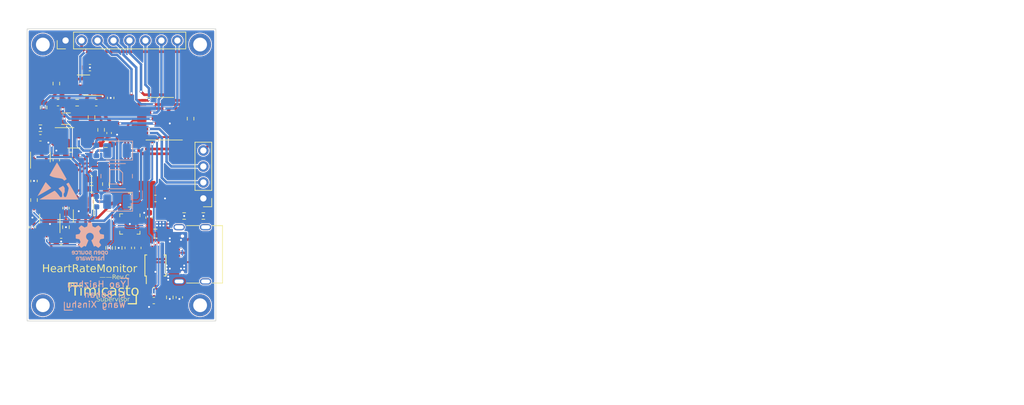
<source format=kicad_pcb>
(kicad_pcb (version 20230410) (generator pcbnew)
  (title_block (title "HeartRateMonitor") (date "2023-05-05") (rev "C") (company "Yao Haizhou") (comment 1 "Not for critical use") (comment 2 "Use at your own risk") (comment 3 "SPDX License: CERN-OHL-P-2.0"))
  (layers (0 "F.Cu" signal) (31 "B.Cu" signal) (34 "B.Paste" user) (35 "F.Paste" user) (36 "B.SilkS" user "B.Silkscreen") (37 "F.SilkS" user "F.Silkscreen") (38 "B.Mask" user) (39 "F.Mask" user) (44 "Edge.Cuts" user))
  (net 0 "")
  (net 1 "GND")
  (net 2 "+3V3")
  (net 3 "/SCR_SCK")
  (net 4 "/SCR_DATA")
  (net 5 "Net-(C21-Pad2)")
  (net 6 "Net-(U2B-+)")
  (net 7 "/SCR_BLK")
  (net 8 "Net-(J1-SHIELD)")
  (net 12 "Net-(D1-K)")
  (net 17 "Net-(U9-EXT_CAP)")
  (net 18 "Net-(U5-C1-)")
  (net 19 "Net-(U5-C1+)")
  (net 20 "Net-(U4-NRST)")
  (net 21 "Net-(U3-SS)")
  (net 22 "Net-(U3-FB)")
  (net 23 "Net-(F1-Pad1)")
  (net 24 "Net-(J1-CC1)")
  (net 25 "Net-(U1-UD+)")
  (net 26 "Net-(U1-UD-)")
  (net 28 "Net-(J1-CC2)")
  (net 30 "Net-(U1-V3)")
  (net 31 "Net-(L1-Pad1)")
  (net 32 "Net-(J2-Pin_3)")
  (net 33 "Net-(J2-Pin_2)")
  (net 34 "Net-(D3-K)")
  (net 35 "Net-(D3-A)")
  (net 36 "Net-(D2-K)")
  (net 37 "Net-(D2-A)")
  (net 38 "Net-(C17-Pad1)")
  (net 39 "Net-(C15-Pad1)")
  (net 40 "/SCR_RES")
  (net 41 "/SCR_DC")
  (net 42 "/SCR_CS")
  (net 43 "/RAW_PH")
  (net 44 "/MCU_TX")
  (net 45 "/MCU_RX")
  (net 46 "/LOW_PH")
  (net 47 "/HIGH_PH")
  (net 48 "/DIGIPOT_SDA")
  (net 49 "/DIGIPOT_SCL")
  (net 50 "/DIGIPOT_A")
  (net 51 "/AMP_PH")
  (net 52 "-3V3")
  (net 53 "+5V")
  (net 54 "Net-(U2A-+)")
  (net 55 "Net-(U6A-+)")
  (net 56 "Net-(U6B-+)")
  (net 57 "Net-(U2A--)")
  (net 58 "Net-(U2B--)")
  (footprint "Package_SO:VSSOP-8_3.0x3.0mm_P0.65mm" (layer "F.Cu") (at 28.206 32.9585 180)
    (fp_text reference "U6" hide)
    (fp_text value "LM2904")
  )
  (footprint "Resistor_SMD:R_0603_1608Metric" (layer "F.Cu") (at 27.19 35.7525)
    (fp_text reference "R17" hide)
    (fp_text value "3K65")
  )
  (footprint "Capacitor_SMD:C_0603_1608Metric" (layer "F.Cu") (at 29.222 30.1645)
    (fp_text reference "C16" hide)
    (fp_text value "10uF")
  )
  (footprint "Capacitor_SMD:C_0603_1608Metric" (layer "F.Cu") (at 43.446 66.7405 -90)
    (fp_text reference "C1" hide)
    (fp_text value "100nF")
  )
  (footprint "Package_SO:MSOP-10_3x3mm_P0.5mm" (layer "F.Cu") (at 39.636 61.6605 90)
    (fp_text reference "U1" hide)
    (fp_text value "CH340E")
  )
  (footprint "Capacitor_SMD:C_0603_1608Metric" (layer "F.Cu") (at 25.412 52.5295 90)
    (fp_text reference "C18" hide)
    (fp_text value "10uF")
  )
  (footprint "Resistor_SMD:R_0603_1608Metric" (layer "F.Cu") (at 20.332 51.2465 -90)
    (fp_text reference "R20" hide)
    (fp_text value "10K")
  )
  (footprint "Package_SO:TSSOP-20_4.4x6.5mm_P0.65mm" (layer "F.Cu") (at 40.3295 38.3035 180)
    (fp_text reference "U4" hide)
    (fp_text value "STM32G030F6Px")
  )
  (footprint "Inductor_SMD:L_1008_2520Metric" (layer "F.Cu") (at 35.572 51.2465 180)
    (fp_text reference "L1" hide)
    (fp_text value "HEI252012A-2R2M-Q8")
  )
  (footprint "Capacitor_SMD:C_0603_1608Metric" (layer "F.Cu") (at 38.62 54.0405 90)
    (fp_text reference "C5" hide)
    (fp_text value "100nF")
  )
  (footprint "Capacitor_SMD:C_1206_3216Metric" (layer "F.Cu") (at 25.412 38.2925)
    (fp_text reference "C21" hide)
    (fp_text value "33uF")
  )
  (footprint "FP:M2-MountingHole" (layer "F.Cu") (at 21.74 67.9925)
    (fp_text reference "REF**" hide)
    (fp_text value "M2-MountingHole")
  )
  (footprint "Capacitor_SMD:C_0603_1608Metric" (layer "F.Cu") (at 26.174 44.1345 180)
    (fp_text reference "C12" hide)
    (fp_text value "10uF")
  )
  (footprint "Resistor_SMD:R_0603_1608Metric" (layer "F.Cu") (at 32.27 58.8665 -90)
    (fp_text reference "R4" hide)
    (fp_text value "562K")
  )
  (footprint "Capacitor_SMD:C_0603_1608Metric" (layer "F.Cu") (at 36.842 58.8665 -90)
    (fp_text reference "C4" hide)
    (fp_text value "10uF")
  )
  (footprint "Capacitor_SMD:C_0603_1608Metric" (layer "F.Cu") (at 39.382 67.2485 180)
    (fp_text reference "C2" hide)
    (fp_text value "100nF")
  )
  (footprint "Capacitor_SMD:C_0603_1608Metric" (layer "F.Cu") (at 39.382 65.7245)
    (fp_text reference "C3" hide)
    (fp_text value "100nF")
  )
  (footprint "Resistor_SMD:R_0603_1608Metric" (layer "F.Cu") (at 33.794 58.8665 90)
    (fp_text reference "R5" hide)
    (fp_text value "180K")
  )
  (footprint "Resistor_SMD:R_0603_1608Metric" (layer "F.Cu") (at 31.762 42.3565)
    (fp_text reference "R25" hide)
    (fp_text value "15K8")
  )
  (footprint "Capacitor_SMD:C_0603_1608Metric" (layer "F.Cu") (at 29.476 47.9445)
    (fp_text reference "C8" hide)
    (fp_text value "150pF")
  )
  (footprint "Resistor_SMD:R_0603_1608Metric" (layer "F.Cu") (at 29.476 38.0385 90)
    (fp_text reference "R16" hide)
    (fp_text value "1K96")
  )
  (footprint "Capacitor_SMD:C_0402_1005Metric" (layer "F.Cu") (at 32.27 40.5785 -90)
    (fp_text reference "C22" hide)
    (fp_text value "15uF")
  )
  (footprint "Capacitor_SMD:C_0603_1608Metric" (layer "F.Cu") (at 21.348 41.3405)
    (fp_text reference "C9" hide)
    (fp_text value "1uF")
  )
  (footprint "Capacitor_SMD:C_0603_1608Metric" (layer "F.Cu") (at 24.142 35.7525)
    (fp_text reference "C17" hide)
    (fp_text value "22uF")
  )
  (footprint "Connector_PinHeader_2.54mm:PinHeader_1x04_P2.54mm_Vertical" (layer "F.Cu") (at 47.256 50.9825 180)
    (fp_text reference "J2" hide)
    (fp_text value "SWD")
  )
  (footprint "Capacitor_SMD:C_0603_1608Metric" (layer "F.Cu") (at 23.888 44.8965 90)
    (fp_text reference "C10" hide)
    (fp_text value "1uF")
  )
  (footprint "Resistor_SMD:R_0603_1608Metric" (layer "F.Cu") (at 31.762 48.7065 -90)
    (fp_text reference "R21" hide)
    (fp_text value "10K")
  )
  (footprint "Resistor_SMD:R_0603_1608Metric" (layer "F.Cu") (at 21.348 39.8165 180)
    (fp_text reference "R14" hide)
    (fp_text value "15K8")
  )
  (footprint "Resistor_SMD:R_0603_1608Metric" (layer "F.Cu") (at 23.888 32.7045 90)
    (fp_text reference "R19" hide)
    (fp_text value "3K65")
  )
  (footprint "Package_TO_SOT_SMD:SOT-23-5" (layer "F.Cu") (at 21.348 44.3885 90)
    (fp_text reference "U5" hide)
    (fp_text value "TPS60403")
  )
  (footprint "Package_DFN_QFN:VQFN-16-1EP_3x3mm_P0.5mm_EP1.68x1.68mm" (layer "F.Cu") (at 35.572 55.0565 -90)
    (fp_text reference "U3" hide)
    (fp_text value "TLV62130")
  )
  (footprint "FP:M2-MountingHole" (layer "F.Cu") (at 21.74 26.4925)
    (fp_text reference "REF**" hide)
    (fp_text value "M2-MountingHole")
  )
  (footprint "Connector_PinHeader_2.54mm:PinHeader_1x08_P2.54mm_Vertical" (layer "F.Cu") (at 25.35 25.8465 90)
    (fp_text reference "J3" hide)
    (fp_text value "Conn_01x08_Pin")
  )
  (footprint "Resistor_SMD:R_0603_1608Metric" (layer "F.Cu") (at 44.208 53.7865 180)
    (fp_text reference "R2" hide)
    (fp_text value "5K1")
  )
  (footprint "Capacitor_SMD:C_0603_1608Metric" (layer "F.Cu") (at 32.524 34.9905 -90)
    (fp_text reference "C14" hide)
    (fp_text value "100nF")
  )
  (footprint "Fuse:Fuse_0805_2012Metric" (layer "F.Cu") (at 39.636 56.5805 180)
    (fp_text reference "F1" hide)
    (fp_text value "2A")
  )
  (footprint "Resistor_SMD:R_0603_1608Metric" (layer "F.Cu") (at 47.256 53.7865)
    (fp_text reference "R1" hide)
    (fp_text value "5K1")
  )
  (footprint "Package_SO:VSSOP-8_3.0x3.0mm_P0.65mm" (layer "F.Cu") (at 28.206 53.7865 -90)
    (fp_text reference "U11" hide)
    (fp_text value "LM2904")
  )
  (footprint "FP:TYPE-C-SMD_HX-TYPE-C-16PIN" (layer "F.Cu") (at 45.224 59.8825 90)
    (fp_text reference "J1" hide)
    (fp_text value "USB_C_Receptacle_USB2.0")
  )
  (footprint "Package_SO:VSSOP-8_3.0x3.0mm_P0.65mm" (layer "F.Cu") (at 26.682 41.3405)
    (fp_text reference "U2" hide)
    (fp_text value "LM2904")
  )
  (footprint "Capacitor_SMD:C_0603_1608Metric" (layer "F.Cu") (at 30.238 35.7525)
    (fp_text reference "C15" hide)
    (fp_text value "220nF")
  )
  (footprint "Resistor_SMD:R_0603_1608Metric" (layer "F.Cu") (at 21.856 36.5145 90)
    (fp_text reference "R18" hide)
    (fp_text value "1K96")
  )
  (footprint "Capacitor_SMD:C_0603_1608Metric" (layer "F.Cu") (at 20.332 48.2115 -90)
    (fp_text reference "C11" hide)
    (fp_text value "1uF")
  )
  (footprint "Resistor_SMD:R_0603_1608Metric" (layer "F.Cu") (at 25.412 55.5645 -90)
    (fp_text reference "R22" hide)
    (fp_text value "1K")
  )
  (footprint "FP:M2-MountingHole" (layer "F.Cu") (at 46.74 26.4925)
    (fp_text reference "REF**" hide)
    (fp_text value "M2-MountingHole")
  )
  (footprint "Capacitor_SMD:C_0603_1608Metric" (layer "F.Cu") (at 20.078 55.5645 -90)
    (fp_text reference "C19" hide)
    (fp_text value "100nF")
  )
  (footprint "Resistor_SMD:R_0603_1608Metric" (layer "F.Cu") (at 45.224 38.2925 -90)
    (fp_text reference "R8" hide)
    (fp_text value "100K")
  )
  (footprint "Capacitor_SMD:C_0603_1608Metric" (layer "F.Cu") (at 35.318 58.8665 -90)
    (fp_text reference "C6" hide)
    (fp_text value "470pF")
  )
  (footprint "Resistor_SMD:R_0603_1608Metric" (layer "F.Cu") (at 41.922 66.7405 90)
    (fp_text reference "R3" hide)
    (fp_text value "1M")
  )
  (footprint "FP:M2-MountingHole" (layer "F.Cu") (at 46.74 67.9925)
    (fp_text reference "REF**" hide)
    (fp_text value "M2-MountingHole")
  )
  (footprint "Capacitor_SMD:C_0603_1608Metric" (layer "F.Cu") (at 39.636 50.9925)
    (fp_text reference "C7" hide)
    (fp_text value "22uF")
  )
  (footprint "Resistor_SMD:R_0603_1608Metric" (layer "F.Cu") (at 31 40.0705 -90)
    (fp_text reference "R26" hide)
    (fp_text value "3K92")
  )
  (footprint "Package_CSP:LFCSP-WD-10-1EP_3x3mm_P0.5mm_EP1.64x2.38mm" (layer "F.Cu") (at 22.844 54.9585 90)
    (fp_text reference "U9" hide)
    (fp_text value "AD5272BCP")
  )
  (footprint "Capacitor_SMD:C_0603_1608Metric" (layer "F.Cu") (at 24.65 57.8505)
    (fp_text reference "C20" hide)
    (fp_text value "1uF")
  )
  (footprint "Resistor_SMD:R_0603_1608Metric" (layer "F.Cu") (at 29.476 49.4685)
    (fp_text reference "R13" hide)
    (fp_text value "500K")
  )
  (footprint "Symbol:ESD-Logo_6.6x6mm_SilkScreen" (layer "B.Cu") (at 24.142 48.1985 180)
    (fp_text reference "REF**" hide)
    (fp_text value "ESD-Logo_6.6x6mm_SilkScreen" hide)
  )
  (footprint "Symbol:OSHW-Logo_5.7x6mm_SilkScreen" (layer "B.Cu") (at 29.222 57.8505 180)
    (fp_text reference "REF**" hide)
    (fp_text value "OSHW-Logo_5.7x6mm_SilkScreen" hide)
  )
  (footprint "Capacitor_Tantalum_SMD:CP_EIA-3528-21_Kemet-B" (layer "B.Cu") (at 33.54 51.5005 180)
    (fp_text reference "D2" hide)
    (fp_text value "VLMTG41S2U1")
  )
  (footprint "Capacitor_Tantalum_SMD:CP_EIA-3528-21_Kemet-B" (layer "B.Cu") (at 33.54 43.3725 180)
    (fp_text reference "D3" hide)
    (fp_text value "VLMTG41S2U1")
  )
  (footprint "FP:VEMD5510C" (layer "B.Cu") (at 30.873 45.3915 -90)
    (fp_text reference "D1" hide)
    (fp_text value "VEMD5510C")
  )
  (footprint "Resistor_SMD:R_0603_1608Metric" (layer "B.Cu") (at 30.238 43.3725 90)
    (fp_text reference "R24" hide)
    (fp_text value "4.7R")
  )
  (footprint "Resistor_SMD:R_0603_1608Metric" (layer "B.Cu") (at 30.238 51.5005 -90)
    (fp_text reference "R23" hide)
    (fp_text value "4.7R")
  )
  (gr_line locked (start 25.158 68.7725) (end 26.428 68.7725) (stroke (width 0.15)) (layer "B.SilkS"))
  (gr_line locked (start 35.318 63.6925) (end 34.048 63.6925) (stroke (width 0.15)) (layer "B.SilkS"))
  (gr_line locked (start 35.318 63.6925) (end 35.318 64.9625) (stroke (width 0.15)) (layer "B.SilkS"))
  (gr_line locked (start 25.158 67.5025) (end 25.158 68.7725) (stroke (width 0.15)) (layer "B.SilkS"))
  (gr_line locked (start 36.588 67.7565) (end 35.318 67.7565) (stroke (width 0.2032)) (layer "F.SilkS"))
  (gr_line locked (start 36.588 67.7565) (end 36.588 66.4865) (stroke (width 0.2032)) (layer "F.SilkS"))
  (gr_line locked (start 27.19 64.4545) (end 25.92 64.4545) (stroke (width 0.2032)) (layer "F.SilkS"))
  (gr_line locked (start 25.92 64.4545) (end 25.92 65.7245) (stroke (width 0.2032)) (layer "F.SilkS"))
  (gr_rect locked (start 19.24 23.9925) (end 49.24 70.4925) (stroke (width 0.1)) (fill none) (layer "Edge.Cuts"))
  (gr_text locked "Yao Haizhou\nLi Bohan\nWang Xinshu" (at 35.04 68.4625) (layer "B.SilkS") (effects (font (size 1 1)) (justify left bottom mirror)))
  (gr_text locked "Supervisor" (at 30.238 67.5025) (layer "F.SilkS") (effects (font (size 0.7112 0.7112)) (justify left bottom)))
  (gr_text locked "Timicasto" (at 26.174 66.7405) (layer "F.SilkS") (effects (font (size 1.6256 1.6256)) (justify left bottom)))
  (gr_text locked "HeartRateMonitor" (at 21.602 62.9305) (layer "F.SilkS") (effects (font (size 1.2192 1.2192)) (justify left bottom)))
  (gr_text locked "——Rev.C" (at 30.746 63.9465) (layer "F.SilkS") (effects (font (size 0.7112 0.7112)) (justify left bottom)))
  (segment locked (start 36.842 59.6415) (end 35.318 59.6415) (width 0.508) (layer "F.Cu") (net 1))
  (segment locked (start 42.84148 56.6821) (end 42.0236 56.6821) (width 0.508) (layer "F.Cu") (net 1))
  (segment locked (start 42.84148 63.0829) (end 42.0236 63.0829) (width 0.508) (layer "F.Cu") (net 1))
  (segment locked (start 38.62 53.2655) (end 37.871 53.2655) (width 0.508) (layer "F.Cu") (net 1))
  (segment locked (start 23.344 56.406) (end 23.344 55.4585) (width 0.254) (layer "F.Cu") (net 1))
  (segment locked (start 27.881 52.5875) (end 27.881 51.5865) (width 0.4064) (layer "F.Cu") (net 1))
  (segment locked (start 41.668 55.3105) (end 41.668 54.8025) (width 0.508) (layer "F.Cu") (net 1))
  (segment locked (start 41.668 63.4385) (end 41.668 63.9465) (width 0.508) (layer "F.Cu") (net 1))
  (segment locked (start 22.298 43.251) (end 22.298 42.4225) (width 0.4064) (layer "F.Cu") (net 1))
  (segment locked (start 35.318 59.6415) (end 33.844 59.6415) (width 0.4064) (layer "F.Cu") (net 1))
  (segment locked (start 22.872 54.9865) (end 22.844 54.9585) (width 0.254) (layer "F.Cu") (net 1))
  (segment locked (start 33.794 59.6915) (end 33.794 58.8665) (width 0.4064) (layer "F.Cu") (net 1))
  (segment locked (start 33.844 59.6415) (end 33.794 59.6915) (width 0.4064) (layer "F.Cu") (net 1))
  (segment locked (start 38.607 67.2485) (end 38.607 68.2515) (width 0.4064) (layer "F.Cu") (net 1))
  (segment locked (start 25.412 53.3045) (end 25.412 54.7395) (width 0.254) (layer "F.Cu") (net 1))
  (segment locked (start 37.0345 54.8065) (end 35.822 54.8065) (width 0.254) (layer "F.Cu") (net 1))
  (segment locked (start 39.636 65.2035) (end 40.157 65.7245) (width 0.3048) (layer "F.Cu") (net 1))
  (segment locked (start 38.607 68.2515) (end 38.62 68.2645) (width 0.4064) (layer "F.Cu") (net 1))
  (segment locked (start 41.668 56.3265) (end 41.668 55.3105) (width 0.508) (layer "F.Cu") (net 1))
  (segment locked (start 23.344 55.4585) (end 22.942 55.0565) (width 0.254) (layer "F.Cu") (net 1))
  (segment locked (start 39.636 63.8605) (end 39.636 62.6765) (width 0.3048) (layer "F.Cu") (net 1))
  (segment locked (start 23.844 53.9585) (end 22.844 54.9585) (width 0.254) (layer "F.Cu") (net 1))
  (segment locked (start 39.636 63.8605) (end 39.636 65.2035) (width 0.3048) (layer "F.Cu") (net 1))
  (segment locked (start 41.922 39.0545) (end 42.348 38.6285) (width 0.4064) (layer "F.Cu") (net 1))
  (segment locked (start 33.54 42.1025) (end 33.54 40.8325) (width 0.4064) (layer "F.Cu") (net 1))
  (segment locked (start 22.872 55.0565) (end 22.872 54.9865) (width 0.254) (layer "F.Cu") (net 1))
  (segment locked (start 33.286 42.3565) (end 33.54 42.1025) (width 0.4064) (layer "F.Cu") (net 1))
  (segment locked (start 29.997 30.1645) (end 29.222 30.1645) (width 0.4064) (layer "F.Cu") (net 1))
  (segment locked (start 20.332 48.9865) (end 20.332 48.1985) (width 0.4064) (layer "F.Cu") (net 1))
  (segment locked (start 25.425 57.8505) (end 24.65 57.8505) (width 0.254) (layer "F.Cu") (net 1))
  (segment locked (start 48.081 53.7865) (end 47.256 53.7865) (width 0.3048) (layer "F.Cu") (net 1))
  (segment locked (start 22.942 55.0565) (end 22.872 55.0565) (width 0.254) (layer "F.Cu") (net 1))
  (segment locked (start 42.348 38.6285) (end 43.192 38.6285) (width 0.4064) (layer "F.Cu") (net 1))
  (segment locked (start 37.0345 54.3065) (end 37.0345 54.8065) (width 0.254) (layer "F.Cu") (net 1))
  (segment locked (start 25.412 54.7395) (end 25.412 55.5645) (width 0.254) (layer "F.Cu") (net 1))
  (segment locked (start 22.298 42.4225) (end 22.618 42.1025) (width 0.4064) (layer "F.Cu") (net 1))
  (segment locked (start 35.822 54.8065) (end 35.572 55.0565) (width 0.254) (layer "F.Cu") (net 1))
  (segment locked (start 42.0236 63.0829) (end 41.668 63.4385) (width 0.508) (layer "F.Cu") (net 1))
  (segment locked (start 20.523 39.8165) (end 21.348 39.8165) (width 0.4064) (layer "F.Cu") (net 1))
  (segment locked (start 43.383 53.7865) (end 44.208 53.7865) (width 0.3048) (layer "F.Cu") (net 1))
  (segment locked (start 34.1095 54.8065) (end 35.322 54.8065) (width 0.254) (layer "F.Cu") (net 1))
  (segment locked (start 32.524 35.7655) (end 32.524 34.9905) (width 0.4064) (layer "F.Cu") (net 1))
  (segment locked (start 35.322 54.8065) (end 35.572 55.0565) (width 0.254) (layer "F.Cu") (net 1))
  (segment locked (start 37.871 53.2655) (end 37.858 53.2785) (width 0.508) (layer "F.Cu") (net 1))
  (segment locked (start 20.078 54.7895) (end 20.078 54.0405) (width 0.4064) (layer "F.Cu") (net 1))
  (segment locked (start 27.444 53.0245) (end 27.881 52.5875) (width 0.4064) (layer "F.Cu") (net 1))
  (segment locked (start 40.411 50.9925) (end 41.16 50.9925) (width 0.4064) (layer "F.Cu") (net 1))
  (segment locked (start 23.844 53.511) (end 23.844 53.9585) (width 0.254) (layer "F.Cu") (net 1))
  (segment locked (start 41.922 67.5655) (end 41.922 66.9945) (width 0.508) (layer "F.Cu") (net 1))
  (segment locked (start 43.446 67.5155) (end 43.446 66.9945) (width 0.508) (layer "F.Cu") (net 1))
  (segment locked (start 42.0236 56.6821) (end 41.668 56.3265) (width 0.508) (layer "F.Cu") (net 1))
  (segment locked (start 32.587 42.3565) (end 33.286 42.3565) (width 0.4064) (layer "F.Cu") (net 1))
  (segment locked (start 23.888 44.1215) (end 23.888 43.3725) (width 0.4064) (layer "F.Cu") (net 1))
  (via locked (at 41.668 55.3105) (size 0.4) (drill 0.3) (layers "F.Cu" "B.Cu") (net 1))
  (via locked (at 25.412 55.5645) (size 0.4) (drill 0.3) (layers "F.Cu" "B.Cu") (net 1))
  (via locked (at 41.668 63.4385) (size 0.4) (drill 0.3) (layers "F.Cu" "B.Cu") (net 1))
  (via locked (at 21.348 39.8165) (size 0.4) (drill 0.3) (layers "F.Cu" "B.Cu") (net 1))
  (via locked (at 20.332 48.1985) (size 0.4) (drill 0.3) (layers "F.Cu" "B.Cu") (net 1))
  (via locked (at 41.922 66.9945) (size 0.4) (drill 0.3) (layers "F.Cu" "B.Cu") (net 1))
  (via locked (at 41.16 50.9925) (size 0.4) (drill 0.3) (layers "F.Cu" "B.Cu") (net 1))
  (via locked (at 41.922 39.0545) (size 0.4) (drill 0.3) (layers "F.Cu" "B.Cu") (net 1))
  (via locked (at 32.524 34.9905) (size 0.4) (drill 0.3) (layers "F.Cu" "B.Cu") (net 1))
  (via locked (at 44.208 53.7865) (size 0.4) (drill 0.3) (layers "F.Cu" "B.Cu") (net 1))
  (via locked (at 24.65 57.8505) (size 0.4) (drill 0.3) (layers "F.Cu" "B.Cu") (net 1))
  (via locked (at 37.858 53.2785) (size 0.4) (drill 0.3) (layers "F.Cu" "B.Cu") (net 1))
  (via locked (at 27.444 53.0245) (size 0.4) (drill 0.3) (layers "F.Cu" "B.Cu") (net 1))
  (via locked (at 38.62 68.2645) (size 0.4) (drill 0.3) (layers "F.Cu" "B.Cu") (net 1))
  (via locked (at 43.446 66.9945) (size 0.4) (drill 0.3) (layers "F.Cu" "B.Cu") (net 1))
  (via locked (at 20.078 54.0405) (size 0.4) (drill 0.3) (layers "F.Cu" "B.Cu") (net 1))
  (via locked (at 22.618 42.1025) (size 0.4) (drill 0.3) (layers "F.Cu" "B.Cu") (net 1))
  (via locked (at 33.794 58.8665) (size 0.4) (drill 0.3) (layers "F.Cu" "B.Cu") (net 1))
  (via locked (at 29.222 30.1645) (size 0.4) (drill 0.3) (layers "F.Cu" "B.Cu") (net 1))
  (via locked (at 23.888 43.3725) (size 0.4) (drill 0.3) (layers "F.Cu" "B.Cu") (net 1))
  (via locked (at 41.668 63.9465) (size 0.4) (drill 0.3) (layers "F.Cu" "B.Cu") (net 1))
  (via locked (at 22.872 55.0565) (size 0.4) (drill 0.3) (layers "F.Cu" "B.Cu") (net 1))
  (via locked (at 39.636 62.6765) (size 0.4) (drill 0.3) (layers "F.Cu" "B.Cu") (net 1))
  (via locked (at 33.54 40.8325) (size 0.4) (drill 0.3) (layers "F.Cu" "B.Cu") (net 1))
  (via locked (at 41.668 54.8025) (size 0.4) (drill 0.3) (layers "F.Cu" "B.Cu") (net 1))
  (via locked (at 35.572 55.0565) (size 0.4) (drill 0.3) (layers "F.Cu" "B.Cu") (net 1))
  (via locked (at 47.256 53.7865) (size 0.4) (drill 0.3) (layers "F.Cu" "B.Cu") (net 1))
  (segment locked (start 25.412 51.7545) (end 25.412 52.5165) (width 0.254) (layer "F.Cu") (net 2))
  (segment locked (start 29.476 43.6265) (end 27.431 45.6715) (width 0.4064) (layer "F.Cu") (net 2))
  (segment locked (start 27.231 33.9335) (end 27.698 33.4665) (width 0.4064) (layer "F.Cu") (net 2))
  (segment locked (start 48.399 52.1355) (end 48.526 52.0085) (width 0.4064) (layer "F.Cu") (net 2))
  (segment locked (start 33.4895 55.3065) (end 33.4855 55.3105) (width 0.254) (layer "F.Cu") (net 2))
  (segment locked (start 21.844 57.3545) (end 21.602 57.5965) (width 0.254) (layer "F.Cu") (net 2))
  (segment locked (start 20.078 56.3395) (end 20.078 55.5645) (width 0.254) (layer "F.Cu") (net 2))
  (segment locked (start 27.444 40.8325) (end 27.911 40.3655) (width 0.4064) (layer "F.Cu") (net 2))
  (segment locked (start 45.478 52.0085) (end 45.986 52.5165) (width 0.4064) (layer "F.Cu") (net 2))
  (segment locked (start 30.492 54.0405) (end 29.73 54.0405) (width 0.4064) (layer "F.Cu") (net 2))
  (segment locked (start 27.698 33.4665) (end 27.698 32.7045) (width 0.4064) (layer "F.Cu") (net 2))
  (segment locked (start 33.731 49.5315) (end 33.794 49.4685) (width 0.254) (layer "F.Cu") (net 2))
  (segment locked (start 27.444 41.5945) (end 27.444 40.8325) (width 0.4064) (layer "F.Cu") (net 2))
  (segment locked (start 48.526 42.1025) (end 48.526 39.0545) (width 0.4064) (layer "F.Cu") (net 2))
  (segment locked (start 37.854 55.3065) (end 37.858 55.3105) (width 0.254) (layer "F.Cu") (net 2))
  (segment locked (start 32.27 59.6915) (end 32.27 58.8665) (width 0.254) (layer "F.Cu") (net 2))
  (segment locked (start 48.526 39.0545) (end 48.526 38.2925) (width 0.4064) (layer "F.Cu") (net 2))
  (segment locked (start 23.888 45.6715) (end 23.888 46.4205) (width 0.4064) (layer "F.Cu") (net 2))
  (segment locked (start 26.006 33.9335) (end 27.231 33.9335) (width 0.4064) (layer "F.Cu") (net 2))
  (segment locked (start 33.286 51.2465) (end 30.492 54.0405) (width 0.4064) (layer "F.Cu") (net 2))
  (segment locked (start 45.224 39.1175) (end 44.399 39.1175) (width 0.4064) (layer "F.Cu") (net 2))
  (segment locked (start 27.431 45.6715) (end 23.888 45.6715) (width 0.4064) (layer "F.Cu") (net 2))
  (segment locked (start 44.399 39.1175) (end 44.238 39.2785) (width 0.4064) (layer "F.Cu") (net 2))
  (segment locked (start 21.348 46.4205) (end 21.348 45.526) (width 0.4064) (layer "F.Cu") (net 2))
  (segment locked (start 43.192 39.2785) (end 44.238 39.2785) (width 0.4064) (layer "F.Cu") (net 2))
  (segment locked (start 23.634 46.6745) (end 21.602 46.6745) (width 0.4064) (layer "F.Cu") (net 2))
  (segment locked (start 20.332 52.0715) (end 20.332 53.0245) (width 0.254) (layer "F.Cu") (net 2))
  (segment locked (start 34.497 51.2465) (end 33.286 51.2465) (width 0.4064) (layer "F.Cu") (net 2))
  (segment locked (start 48.526 52.0085) (end 48.526 50.4845) (width 0.4064) (layer "F.Cu") (net 2))
  (segment locked (start 32.778 54.2945) (end 32.778 53.2785) (width 0.254) (layer "F.Cu") (net 2))
  (segment locked (start 29.476 43.3725) (end 29.476 43.6265) (width 0.4064) (layer "F.Cu") (net 2))
  (segment locked (start 28.46 27.6245) (end 27.89 27.0545) (width 0.4064) (layer "F.Cu") (net 2))
  (segment locked (start 34.1095 55.3065) (end 33.4895 55.3065) (width 0.254) (layer "F.Cu") (net 2))
  (segment locked (start 21.844 56.406) (end 21.844 57.3545) (width 0.254) (layer "F.Cu") (net 2))
  (segment locked (start 48.018 52.5165) (end 48.399 52.1355) (width 0.4064) (layer "F.Cu") (net 2))
  (segment locked (start 48.526 42.1025) (end 48.516 42.1025) (width 0.4064) (layer "F.Cu") (net 2))
  (segment locked (start 20.332 57.5965) (end 20.078 57.3425) (width 0.254) (layer "F.Cu") (net 2))
  (segment locked (start 38.874 52.0085) (end 40.652 52.0085) (width 0.4064) (layer "F.Cu") (net 2))
  (segment locked (start 48.526 50.4845) (end 48.526 42.1025) (width 0.4064) (layer "F.Cu") (net 2))
  (segment locked (start 28.46 27.6245) (end 44.208 27.6245) (width 0.4064) (layer "F.Cu") (net 2))
  (segment locked (start 33.54 52.5165) (end 33.794 52.5165) (width 0.254) (layer "F.Cu") (net 2))
  (segment locked (start 32.778 53.2785) (end 33.54 52.5165) (width 0.254) (layer "F.Cu") (net 2))
  (segment locked (start 23.888 46.4205) (end 23.634 46.6745) (width 0.4064) (layer "F.Cu") (net 2))
  (segment locked (start 21.602 57.5965) (end 20.332 57.5965) (width 0.254) (layer "F.Cu") (net 2))
  (segment locked (start 40.652 52.0085) (end 45.478 52.0085) (width 0.4064) (layer "F.Cu") (net 2))
  (segment locked (start 44.208 27.6245) (end 45.478 28.8945) (width 0.4064) (layer "F.Cu") (net 2))
  (segment locked (start 37.0345 55.3065) (end 37.854 55.3065) (width 0.254) (layer "F.Cu") (net 2))
  (segment locked (start 20.078 57.3425) (end 20.078 56.3395) (width 0.254) (layer "F.Cu") (net 2))
  (segment locked (start 23.344 52.2985) (end 23.888 51.7545) (width 0.254) (layer "F.Cu") (net 2))
  (segment locked (start 23.344 53.511) (end 23.344 52.2985) (width 0.254) (layer "F.Cu") (net 2))
  (segment locked (start 25.412 51.7545) (end 23.888 51.7545) (width 0.254) (layer "F.Cu") (net 2))
  (segment locked (start 47.701 39.1175) (end 48.526 38.2925) (width 0.4064) (layer "F.Cu") (net 2))
  (segment locked (start 48.516 42.1025) (end 47.256 43.3625) (width 0.4064) (layer "F.Cu") (net 2))
  (segment locked (start 27.89 27.0545) (end 27.89 25.8465) (width 0.4064) (layer "F.Cu") (net 2))
  (segment locked (start 47.764 28.8945) (end 48.526 29.6565) (width 0.4064) (layer "F.Cu") (net 2))
  (segment locked (start 27.911 40.3655) (end 28.882 40.3655) (width 0.4064) (layer "F.Cu") (net 2))
  (segment locked (start 45.224 39.1175) (end 47.701 39.1175) (width 0.4064) (layer "F.Cu") (net 2))
  (segment locked (start 45.478 28.8945) (end 47.764 28.8945) (width 0.4064) (layer "F.Cu") (net 2))
  (segment locked (start 21.602 46.6745) (end 21.348 46.4205) (width 0.4064) (layer "F.Cu") (net 2))
  (segment locked (start 45.986 52.5165) (end 48.018 52.5165) (width 0.4064) (layer "F.Cu") (net 2))
  (segment locked (start 48.526 29.6565) (end 48.526 38.2925) (width 0.4064) (layer "F.Cu") (net 2))
  (segment locked (start 29.181 54.5895) (end 29.181 55.9865) (width 0.4064) (layer "F.Cu") (net 2))
  (segment locked (start 31.762 49.5315) (end 33.731 49.5315) (width 0.254) (layer "F.Cu") (net 2))
  (segment locked (start 29.73 54.0405) (end 29.181 54.5895) (width 0.4064) (layer "F.Cu") (net 2))
  (via locked (at 27.444 41.5945) (size 0.4) (drill 0.3) (layers "F.Cu" "B.Cu") (net 2))
  (via locked (at 34.048 52.0085) (size 0.4) (drill 0.3) (layers "F.Cu" "B.Cu") (net 2))
  (via locked (at 37.858 55.3105) (size 0.4) (drill 0.3) (layers "F.Cu" "B.Cu") (net 2))
  (via locked (at 32.778 54.2945) (size 0.4) (drill 0.3) (layers "F.Cu" "B.Cu") (net 2))
  (via locked (at 33.4855 55.3105) (size 0.4) (drill 0.3) (layers "F.Cu" "B.Cu") (net 2))
  (via locked (at 34.048 48.7065) (size 0.4) (drill 0.3) (layers "F.Cu" "B.Cu") (net 2))
  (via locked (at 28.46 27.6245) (size 0.4) (drill 0.3) (layers "F.Cu" "B.Cu") (net 2))
  (via locked (at 20.332 53.0245) (size 0.4) (drill 0.3) (layers "F.Cu" "B.Cu") (net 2))
  (via locked (at 20.078 55.5645) (size 0.4) (drill 0.3) (layers "F.Cu" "B.Cu") (net 2))
  (via locked (at 32.27 58.8665) (size 0.4) (drill 0.3) (layers "F.Cu" "B.Cu") (net 2))
  (via locked (at 27.698 32.7045) (size 0.4) (drill 0.3) (layers "F.Cu" "B.Cu") (net 2))
  (via locked (at 29.476 43.3725) (size 0.4) (drill 0.3) (layers "F.Cu" "B.Cu") (net 2))
  (via locked (at 25.412 52.5165) (size 0.4) (drill 0.3) (layers "F.Cu" "B.Cu") (net 2))
  (segment locked (start 29.476 43.3095) (end 30.238 42.5475) (width 0.4064) (layer "B.Cu") (net 2))
  (segment locked (start 37.096 55.3105) (end 36.842 55.5645) (width 0.254) (layer "B.Cu") (net 2))
  (segment locked (start 25.412 52.5165) (end 25.412 53.7865) (width 0.254) (layer "B.Cu") (net 2))
  (segment locked (start 32.27 58.3585) (end 32.524 58.1045) (width 0.254) (layer "B.Cu") (net 2))
  (segment locked (start 20.332 53.2785) (end 20.586 53.5325) (width 0.254) (layer "B.Cu") (net 2))
  (segment locked (start 30.238 53.7865) (end 30.238 52.3255) (width 0.254) (layer "B.Cu") (net 2))
  (segment locked (start 21.856 54.5485) (end 21.094 54.5485) (width 0.254) (layer "B.Cu") (net 2))
  (segment locked (start 26.174 54.5485) (end 29.476 54.5485) (width 0.254) (layer "B.Cu") (net 2))
  (segment locked (start 28.46 27.6245) (end 27.698 28.3865) (width 0.4064) (layer "B.Cu") (net 2))
  (segment locked (start 29.476 54.5485) (end 30.238 53.7865) (width 0.254) (layer "B.Cu") (net 2))
  (segment locked (start 30.238 41.8485) (end 30.238 42.5475) (width 0.4064) (layer "B.Cu") (net 2))
  (segment locked (start 34.048 48.7065) (end 33.54 48.1985) (width 0.4064) (layer "B.Cu") (net 2))
  (segment locked (start 27.444 41.5945) (end 27.444 42.6105) (width 0.4064) (layer "B.Cu") (net 2))
  (segment locked (start 33.032 55.3105) (end 32.778 55.5645) (width 0.254) (layer "B.Cu") (net 2))
  (segment locked (start 21.602 54.5485) (end 21.856 54.5485) (width 0.254) (layer "B.Cu") (net 2))
  (segment locked (start 29.476 43.3725) (end 29.476 43.3095) (width 0.4064) (layer "B.Cu") (net 2))
  (segment locked (start 30.492 41.5945) (end 30.238 41.8485) (width 0.4064) (layer "B.Cu") (net 2))
  (segment locked (start 37.858 55.3105) (end 37.096 55.3105) (width 0.254) (layer "B.Cu") (net 2))
  (segment locked (start 21.856 54.5485) (end 26.174 54.5485) (width 0.254) (layer "B.Cu") (net 2))
  (segment locked (start 32.778 57.8505) (end 32.778 57.5965) (width 0.254) (layer "B.Cu") (net 2))
  (segment locked (start 33.4855 55.3105) (end 33.032 55.3105) (width 0.254) (layer "B.Cu") (net 2))
  (segment locked (start 32.27 58.8665) (end 32.27 58.3585) (width 0.254) (layer "B.Cu") (net 2))
  (segment locked (start 27.698 28.3865) (end 27.698 32.7045) (width 0.4064) (layer "B.Cu") (net 2))
  (segment locked (start 20.332 53.0245) (end 20.332 53.2785) (width 0.254) (layer "B.Cu") (net 2))
  (segment locked (start 32.778 54.2945) (end 32.778 55.5645) (width 0.254) (layer "B.Cu") (net 2))
  (segment locked (start 21.094 54.5485) (end 20.078 55.5645) (width 0.254) (layer "B.Cu") (net 2))
  (segment locked (start 20.586 53.5325) (end 21.602 54.5485) (width 0.254) (layer "B.Cu") (net 2))
  (segment locked (start 33.54 48.1985) (end 33.54 41.8485) (width 0.4064) (layer "B.Cu") (net 2))
  (segment locked (start 35.064 55.5645) (end 34.81 55.3105) (width 0.254) (layer "B.Cu") (net 2))
  (segment locked (start 32.524 58.1045) (end 32.778 57.8505) (width 0.254) (layer "B.Cu") (net 2))
  (segment locked (start 34.81 55.3105) (end 33.4855 55.3105) (width 0.254) (layer "B.Cu") (net 2))
  (segment locked (start 25.412 53.7865) (end 26.174 54.5485) (width 0.254) (layer "B.Cu") (net 2))
  (segment locked (start 31.508 54.5485) (end 29.476 54.5485) (width 0.4064) (layer "B.Cu") (net 2))
  (segment locked (start 33.286 41.5945) (end 30.492 41.5945) (width 0.4064) (layer "B.Cu") (net 2))
  (segment locked (start 28.206 43.3725) (end 29.476 43.3725) (width 0.4064) (layer "B.Cu") (net 2))
  (segment locked (start 36.842 55.5645) (end 35.064 55.5645) (width 0.254) (layer "B.Cu") (net 2))
  (segment locked (start 32.778 57.5965) (end 32.778 55.5645) (width 0.254) (layer "B.Cu") (net 2))
  (segment locked (start 27.444 42.6105) (end 28.206 43.3725) (width 0.4064) (layer "B.Cu") (net 2))
  (segment locked (start 34.048 52.0085) (end 31.508 54.5485) (width 0.4064) (layer "B.Cu") (net 2))
  (segment locked (start 33.54 41.8485) (end 33.286 41.5945) (width 0.4064) (layer "B.Cu") (net 2))
  (segment locked (start 35.826 34.2285) (end 35.826 35.4985) (width 0.4064) (layer "F.Cu") (net 3))
  (segment locked (start 36.356 36.0285) (end 37.467 36.0285) (width 0.4064) (layer "F.Cu") (net 3))
  (segment locked (start 35.826 35.4985) (end 36.356 36.0285) (width 0.4064) (layer "F.Cu") (net 3))
  (via locked (at 35.826 34.2285) (size 0.4) (drill 0.3) (layers "F.Cu" "B.Cu") (net 3))
  (segment locked (start 35.826 34.2285) (end 35.826 30.4185) (width 0.4064) (layer "B.Cu") (net 3))
  (segment locked (start 32.716 28.1325) (end 33.54 28.1325) (width 0.4064) (layer "B.Cu") (net 3))
  (segment locked (start 30.43 25.8465) (end 32.716 28.1325) (width 0.4064) (layer "B.Cu") (net 3))
  (segment locked (start 35.826 30.4185) (end 33.54 28.1325) (width 0.4064) (layer "B.Cu") (net 3))
  (segment locked (start 39.404 36.0285) (end 39.382 36.0065) (width 0.4064) (layer "F.Cu") (net 4))
  (segment locked (start 43.192 36.0285) (end 39.404 36.0285) (width 0.4064) (layer "F.Cu") (net 4))
  (via locked (at 39.382 36.0065) (size 0.4) (drill 0.3) (layers "F.Cu" "B.Cu") (net 4))
  (segment locked (start 36.588 35.2445) (end 36.588 30.1645) (width 0.4064) (layer "B.Cu") (net 4))
  (segment locked (start 39.382 36.0065) (end 37.35 36.0065) (width 0.4064) (layer "B.Cu") (net 4))
  (segment locked (start 34.556 27.4325) (end 32.97 25.8465) (width 0.4064) (layer "B.Cu") (net 4))
  (segment locked (start 37.35 36.0065) (end 36.588 35.2445) (width 0.4064) (layer "B.Cu") (net 4))
  (segment locked (start 36.588 30.1645) (end 34.556 28.1325) (width 0.4064) (layer "B.Cu") (net 4))
  (segment locked (start 34.556 28.1325) (end 34.556 27.4325) (width 0.4064) (layer "B.Cu") (net 4))
  (segment locked (start 32.27 40.0985) (end 32.27 39.5625) (width 0.4064) (layer "F.Cu") (net 5))
  (segment locked (start 27.141 38.0385) (end 26.887 38.2925) (width 0.4064) (layer "F.Cu") (net 5))
  (segment locked (start 31 39.2455) (end 31 38.2925) (width 0.4064) (layer "F.Cu") (net 5))
  (segment locked (start 31 38.2925) (end 30.746 38.0385) (width 0.4064) (layer "F.Cu") (net 5))
  (segment locked (start 30.746 38.0385) (end 27.141 38.0385) (width 0.4064) (layer "F.Cu") (net 5))
  (segment locked (start 31.953 39.2455) (end 31 39.2455) (width 0.4064) (layer "F.Cu") (net 5))
  (segment locked (start 32.27 39.5625) (end 31.953 39.2455) (width 0.4064) (layer "F.Cu") (net 5))
  (segment locked (start 30.896 42.3155) (end 30.937 42.3565) (width 0.4064) (layer "F.Cu") (net 6))
  (segment locked (start 28.882 42.3155) (end 30.896 42.3155) (width 0.4064) (layer "F.Cu") (net 6))
  (segment locked (start 32.235 41.0585) (end 30.937 42.3565) (width 0.4064) (layer "F.Cu") (net 6))
  (segment locked (start 32.27 41.0585) (end 32.235 41.0585) (width 0.4064) (layer "F.Cu") (net 6))
  (segment locked (start 41.07 36.6785) (end 37.467 36.6785) (width 0.4064) (layer "F.Cu") (net 7))
  (via locked (at 41.07 36.6785) (size 0.4) (drill 0.3) (layers "F.Cu" "B.Cu") (net 7))
  (segment locked (start 41.07 36.6785) (end 42.52 36.6785) (width 0.4064) (layer "B.Cu") (net 7))
  (segment locked (start 42.52 36.6785) (end 43.13 36.0685) (width 0.4064) (layer "B.Cu") (net 7))
  (segment locked (start 43.13 36.0685) (end 43.13 25.8465) (width 0.4064) (layer "B.Cu") (net 7))
  (segment locked (start 28.531 51.5865) (end 28.531 49.5885) (width 0.4064) (layer "F.Cu") (net 12))
  (segment locked (start 29.476 46.4205) (end 28.701 47.1955) (width 0.4064) (layer "F.Cu") (net 12))
  (segment locked (start 28.651 47.9945) (end 28.701 47.9445) (width 0.4064) (layer "F.Cu") (net 12))
  (segment locked (start 28.701 47.1955) (end 28.701 47.9445) (width 0.4064) (layer "F.Cu") (net 12))
  (segment locked (start 28.651 49.4685) (end 28.651 47.9945) (width 0.4064) (layer "F.Cu") (net 12))
  (segment locked (start 28.531 49.5885) (end 28.651 49.4685) (width 0.4064) (layer "F.Cu") (net 12))
  (via locked (at 29.476 46.4205) (size 0.4) (drill 0.3) (layers "F.Cu" "B.Cu") (net 12))
  (segment locked (start 29.476 46.4205) (end 29.73 46.1665) (width 0.4064) (layer "B.Cu") (net 12))
  (segment locked (start 29.73 46.1665) (end 31.373 46.1665) (width 0.4064) (layer "B.Cu") (net 12))
  (segment locked (start 23.844 56.406) (end 23.844 57.8195) (width 0.254) (layer "F.Cu") (net 17))
  (segment locked (start 23.844 57.8195) (end 23.875 57.8505) (width 0.254) (layer "F.Cu") (net 17))
  (segment locked (start 22.298 44.5765) (end 22.11 44.3885) (width 0.4064) (layer "F.Cu") (net 18))
  (segment locked (start 21.856 44.3885) (end 21.348 43.8805) (width 0.4064) (layer "F.Cu") (net 18))
  (segment locked (start 21.348 43.8805) (end 21.348 42.1155) (width 0.4064) (layer "F.Cu") (net 18))
  (segment locked (start 22.298 45.526) (end 22.298 44.5765) (width 0.4064) (layer "F.Cu") (net 18))
  (segment locked (start 22.11 44.3885) (end 21.856 44.3885) (width 0.4064) (layer "F.Cu") (net 18))
  (segment locked (start 21.348 42.1155) (end 22.123 41.3405) (width 0.4064) (layer "F.Cu") (net 18))
  (segment locked (start 20.398 41.5155) (end 20.573 41.3405) (width 0.4064) (layer "F.Cu") (net 19))
  (segment locked (start 20.398 43.251) (end 20.398 41.5155) (width 0.4064) (layer "F.Cu") (net 19))
  (segment locked (start 43.192 37.9785) (end 44.713 37.9785) (width 0.4064) (layer "F.Cu") (net 20))
  (segment locked (start 44.713 37.9785) (end 45.224 37.4675) (width 0.4064) (layer "F.Cu") (net 20))
  (segment locked (start 34.822 56.519) (end 34.822 57.5955) (width 0.254) (layer "F.Cu") (net 21))
  (segment locked (start 34.822 57.5955) (end 35.318 58.0915) (width 0.254) (layer "F.Cu") (net 21))
  (segment locked (start 33.794 58.0415) (end 33.286 58.0415) (width 0.254) (layer "F.Cu") (net 22))
  (segment locked (start 33.528 54.3065) (end 34.1095 54.3065) (width 0.254) (layer "F.Cu") (net 22))
  (segment locked (start 33.032 57.7875) (end 33.032 54.8025) (width 0.254) (layer "F.Cu") (net 22))
  (segment locked (start 33.032 54.8025) (end 33.528 54.3065) (width 0.254) (layer "F.Cu") (net 22))
  (segment locked (start 33.286 58.0415) (end 33.032 57.7875) (width 0.254) (layer "F.Cu") (net 22))
  (segment locked (start 33.794 58.0415) (end 32.27 58.0415) (width 0.254) (layer "F.Cu") (net 22))
  (via locked (at 41.414 61.6605) (size 0.4) (drill 0.3) (layers "F.Cu" "B.Cu") (net 23))
  (via locked (at 41.922 62.1685) (size 0.4) (drill 0.3) (layers "F.Cu" "B.Cu") (net 23))
  (via locked (at 44.208 62.1685) (size 0.4) (drill 0.3) (layers "F.Cu" "B.Cu") (net 23))
  (via locked (at 41.922 57.3425) (size 0.4) (drill 0.3) (layers "F.Cu" "B.Cu") (net 23))
  (via locked (at 40.398 54.8025) (size 0.4) (drill 0.3) (layers "F.Cu" "B.Cu") (net 23))
  (via locked (at 39.89 55.3105) (size 0.4) (drill 0.3) (layers "F.Cu" "B.Cu") (net 23))
  (via locked (at 41.414 62.6765) (size 0.4) (drill 0.3) (layers "F.Cu" "B.Cu") (net 23))
  (via locked (at 39.89 54.8025) (size 0.4) (drill 0.3) (layers "F.Cu" "B.Cu") (net 23))
  (via locked (at 43.7 62.1685) (size 0.4) (drill 0.3) (layers "F.Cu" "B.Cu") (net 23))
  (via locked (at 44.208 61.6605) (size 0.4) (drill 0.3) (layers "F.Cu" "B.Cu") (net 23))
  (via locked (at 40.906 54.8025) (size 0.4) (drill 0.3) (layers "F.Cu" "B.Cu") (net 23))
  (via locked (at 43.7 57.5965) (size 0.4) (drill 0.3) (layers "F.Cu" "B.Cu") (net 23))
  (via locked (at 40.398 55.3105) (size 0.4) (drill 0.3) (layers "F.Cu" "B.Cu") (net 23))
  (via locked (at 41.414 62.1685) (size 0.4) (drill 0.3) (layers "F.Cu" "B.Cu") (net 23))
  (via locked (at 41.922 57.8505) (size 0.4) (drill 0.3) (layers "F.Cu" "B.Cu") (net 23))
  (via locked (at 40.906 55.3105) (size 0.4) (drill 0.3) (layers "F.Cu" "B.Cu") (net 23))
  (segment locked (start 45.986 54.2315) (end 46.431 53.7865) (width 0.3048) (layer "F.Cu") (net 24))
  (segment locked (start 45.49832 61.13218) (end 45.986 60.6445) (width 0.3048) (layer "F.Cu") (net 24))
  (segment locked (start 42.84148 61.13218) (end 45.49832 61.13218) (width 0.3048) (layer "F.Cu") (net 24))
  (segment locked (start 45.986 60.6445) (end 45.986 54.2315) (width 0.3048) (layer "F.Cu") (net 24))
  (segment locked (start 43.6873 59.1332) (end 43.7 59.1205) (width 0.3048) (layer "F.Cu") (net 25))
  (segment locked (start 42.84148 60.13142) (end 43.69492 60.13142) (width 0.3048) (layer "F.Cu") (net 25))
  (segment locked (start 42.84148 59.1332) (end 43.6873 59.1332) (width 0.3048) (layer "F.Cu") (net 25))
  (segment locked (start 43.69492 60.13142) (end 43.7 60.1365) (width 0.3048) (layer "F.Cu") (net 25))
  (segment locked (start 38.636 61.1365) (end 39.128 60.6445) (width 0.3048) (layer "F.Cu") (net 25))
  (segment locked (start 41.16 60.6445) (end 41.67308 60.13142) (width 0.3048) (layer "F.Cu") (net 25))
  (segment locked (start 38.636 63.8605) (end 38.636 61.1365) (width 0.3048) (layer "F.Cu") (net 25))
  (segment locked (start 39.128 60.6445) (end 41.16 60.6445) (width 0.3048) (layer "F.Cu") (net 25))
  (segment locked (start 41.67308 60.13142) (end 42.84148 60.13142) (width 0.3048) (layer "F.Cu") (net 25))
  (via locked (at 43.7 59.1205) (size 0.4) (drill 0.3) (layers "F.Cu" "B.Cu") (net 25))
  (via locked (at 43.7 60.1365) (size 0.4) (drill 0.3) (layers "F.Cu" "B.Cu") (net 25))
  (segment locked (start 43.7 59.1205) (end 43.954 59.3745) (width 0.3048) (layer "B.Cu") (net 25))
  (segment locked (start 43.954 59.3745) (end 43.954 59.8825) (width 0.3048) (layer "B.Cu") (net 25))
  (segment locked (start 43.954 59.8825) (end 43.7 60.1365) (width 0.3048) (layer "B.Cu") (net 25))
  (segment locked (start 44.462 60.3905) (end 44.2207 60.6318) (width 0.3048) (layer "F.Cu") (net 26))
  (segment locked (start 41.9347 60.6318) (end 42.84148 60.6318) (width 0.3048) (layer "F.Cu") (net 26))
  (segment locked (start 44.462 59.8825) (end 44.462 60.3905) (width 0.3048) (layer "F.Cu") (net 26))
  (segment locked (start 39.136 63.8605) (end 39.136 61.3985) (width 0.3048) (layer "F.Cu") (net 26))
  (segment locked (start 44.2207 60.6318) (end 42.84148 60.6318) (width 0.3048) (layer "F.Cu") (net 26))
  (segment locked (start 39.136 61.3985) (end 39.382 61.1525) (width 0.3048) (layer "F.Cu") (net 26))
  (segment locked (start 42.84148 59.63358) (end 44.21308 59.63358) (width 0.3048) (layer "F.Cu") (net 26))
  (segment locked (start 44.21308 59.63358) (end 44.462 59.8825) (width 0.3048) (layer "F.Cu") (net 26))
  (segment locked (start 41.414 61.1525) (end 41.9347 60.6318) (width 0.3048) (layer "F.Cu") (net 26))
  (segment locked (start 39.382 61.1525) (end 41.414 61.1525) (width 0.3048) (layer "F.Cu") (net 26))
  (segment locked (start 45.033 53.7865) (end 45.033 57.2795) (width 0.3048) (layer "F.Cu") (net 28))
  (segment locked (start 44.18006 58.13244) (end 42.84148 58.13244) (width 0.3048) (layer "F.Cu") (net 28))
  (segment locked (start 45.033 57.2795) (end 44.18006 58.13244) (width 0.3048) (layer "F.Cu") (net 28))
  (segment locked (start 38.636 60.3745) (end 38.112 60.8985) (width 0.3048) (layer "F.Cu") (net 30))
  (segment locked (start 38.112 65.2295) (end 38.607 65.7245) (width 0.3048) (layer "F.Cu") (net 30))
  (segment locked (start 38.112 60.8985) (end 38.112 65.2295) (width 0.3048) (layer "F.Cu") (net 30))
  (segment locked (start 38.636 59.4605) (end 38.636 60.3745) (width 0.3048) (layer "F.Cu") (net 30))
  (segment locked (start 38.62 39.9285) (end 37.467 39.9285) (width 0.4064) (layer "F.Cu") (net 32))
  (via locked (at 38.62 39.9285) (size 0.4) (drill 0.3) (layers "F.Cu" "B.Cu") (net 32))
  (segment locked (start 47.256 45.9025) (end 42.166 45.9025) (width 0.4064) (layer "B.Cu") (net 32))
  (segment locked (start 42.166 45.9025) (end 41.414 45.1505) (width 0.4064) (layer "B.Cu") (net 32))
  (segment locked (start 41.414 41.0865) (end 40.256 39.9285) (width 0.4064) (layer "B.Cu") (net 32))
  (segment locked (start 40.256 39.9285) (end 38.62 39.9285) (width 0.4064) (layer "B.Cu") (net 32))
  (segment locked (start 41.414 45.1505) (end 41.414 41.0865) (width 0.4064) (layer "B.Cu") (net 32))
  (segment locked (start 37.467 40.5785) (end 38.62 40.5785) (width 0.4064) (layer "F.Cu") (net 33))
  (via locked (at 38.62 40.5785) (size 0.4) (drill 0.3) (layers "F.Cu" "B.Cu") (net 33))
  (segment locked (start 39.89 40.5785) (end 38.62 40.5785) (width 0.4064) (layer "B.Cu") (net 33))
  (segment locked (start 40.652 47.6905) (end 40.652 41.3405) (width 0.4064) (layer "B.Cu") (net 33))
  (segment locked (start 41.404 48.4425) (end 40.652 47.6905) (width 0.4064) (layer "B.Cu") (net 33))
  (segment locked (start 40.652 41.3405) (end 39.89 40.5785) (width 0.4064) (layer "B.Cu") (net 33))
  (segment locked (start 47.256 48.4425) (end 41.404 48.4425) (width 0.4064) (layer "B.Cu") (net 33))
  (segment locked (start 44.574 39.9285) (end 43.192 39.9285) (width 0.4064) (layer "F.Cu") (net 34))
  (segment locked (start 45.224 42.8645) (end 45.224 40.5785) (width 0.4064) (layer "F.Cu") (net 34))
  (segment locked (start 45.224 40.5785) (end 44.574 39.9285) (width 0.4064) (layer "F.Cu") (net 34))
  (segment locked (start 36.588 43.3725) (end 37.096 43.3725) (width 0.4064) (layer "F.Cu") (net 34))
  (segment locked (start 37.604 43.8805) (end 44.208 43.8805) (width 0.4064) (layer "F.Cu") (net 34))
  (segment locked (start 37.096 43.3725) (end 37.604 43.8805) (width 0.4064) (layer "F.Cu") (net 34))
  (segment locked (start 44.208 43.8805) (end 45.224 42.8645) (width 0.4064) (layer "F.Cu") (net 34))
  (via locked (at 36.588 43.3725) (size 0.4) (drill 0.3) (layers "F.Cu" "B.Cu") (net 34))
  (segment locked (start 36.588 43.3725) (end 35.0775 43.3725) (width 0.4064) (layer "B.Cu") (net 34))
  (segment locked (start 30.492 43.3725) (end 32.0025 43.3725) (width 0.4064) (layer "B.Cu") (net 35))
  (segment locked (start 30.238 43.6265) (end 30.492 43.3725) (width 0.4064) (layer "B.Cu") (net 35))
  (segment locked (start 30.238 44.1975) (end 30.238 43.6265) (width 0.4064) (layer "B.Cu") (net 35))
  (segment locked (start 43.192 40.5785) (end 44.208 40.5785) (width 0.4064) (layer "F.Cu") (net 36))
  (segment locked (start 44.462 42.3565) (end 43.7 43.1185) (width 0.4064) (layer "F.Cu") (net 36))
  (segment locked (start 44.462 40.8325) (end 44.462 42.3565) (width 0.4064) (layer "F.Cu") (net 36))
  (segment locked (start 44.208 40.5785) (end 44.462 40.8325) (width 0.4064) (layer "F.Cu") (net 36))
  (segment locked (start 43.7 43.1185) (end 37.858 43.1185) (width 0.4064) (layer "F.Cu") (net 36))
  (via locked (at 37.858 43.1185) (size 0.4) (drill 0.3) (layers "F.Cu" "B.Cu") (net 36))
  (segment locked (start 37.604 43.1185) (end 37.35 43.3725) (width 0.4064) (layer "B.Cu") (net 36))
  (segment locked (start 36.842 51.5005) (end 35.0775 51.5005) (width 0.4064) (layer "B.Cu") (net 36))
  (segment locked (start 37.35 50.9925) (end 36.842 51.5005) (width 0.4064) (layer "B.Cu") (net 36))
  (segment locked (start 37.35 43.3725) (end 37.35 50.9925) (width 0.4064) (layer "B.Cu") (net 36))
  (segment locked (start 37.858 43.1185) (end 37.604 43.1185) (width 0.4064) (layer "B.Cu") (net 36))
  (segment locked (start 30.238 51.2465) (end 30.492 51.5005) (width 0.4064) (layer "B.Cu") (net 37))
  (segment locked (start 30.492 51.5005) (end 32.0025 51.5005) (width 0.4064) (layer "B.Cu") (net 37))
  (segment locked (start 30.238 50.6755) (end 30.238 51.2465) (width 0.4064) (layer "B.Cu") (net 37))
  (segment locked (start 23.888 34.2285) (end 23.367 34.7495) (width 0.4064) (layer "F.Cu") (net 38))
  (segment locked (start 23.367 34.7495) (end 23.367 35.7525) (width 0.4064) (layer "F.Cu") (net 38))
  (segment locked (start 23.888 33.5295) (end 23.888 34.2285) (width 0.4064) (layer "F.Cu") (net 38))
  (segment locked (start 23.367 35.7525) (end 21.919 35.7525) (width 0.4064) (layer "F.Cu") (net 38))
  (segment locked (start 21.919 35.7525) (end 21.856 35.6895) (width 0.4064) (layer "F.Cu") (net 38))
  (segment locked (start 29.476 37.2135) (end 27.635 37.2135) (width 0.4064) (layer "F.Cu") (net 39))
  (segment locked (start 26.365 35.9435) (end 26.365 35.7525) (width 0.4064) (layer "F.Cu") (net 39))
  (segment locked (start 27.635 37.2135) (end 26.365 35.9435) (width 0.4064) (layer "F.Cu") (net 39))
  (segment locked (start 29.463 35.7525) (end 29.463 37.2005) (width 0.4064) (layer "F.Cu") (net 39))
  (segment locked (start 29.463 37.2005) (end 29.476 37.2135) (width 0.4064) (layer "F.Cu") (net 39))
  (segment locked (start 38.486 35.3785) (end 38.62 35.2445) (width 0.4064) (layer "F.Cu") (net 40))
  (segment locked (start 37.467 35.3785) (end 38.486 35.3785) (width 0.4064) (layer "F.Cu") (net 40))
  (via locked (at 38.62 35.2445) (size 0.4) (drill 0.3) (layers "F.Cu" "B.Cu") (net 40))
  (segment locked (start 38.62 33.4665) (end 38.05 32.8965) (width 0.4064) (layer "B.Cu") (net 40))
  (segment locked (start 38.05 32.8965) (end 38.05 25.8465) (width 0.4064) (layer "B.Cu") (net 40))
  (segment locked (start 38.62 35.2445) (end 38.62 33.4665) (width 0.4064) (layer "B.Cu") (net 40))
  (segment locked (start 37.858 34.4825) (end 41.414 34.4825) (width 0.4064) (layer "F.Cu") (net 41))
  (segment locked (start 37.35 33.9745) (end 37.858 34.4825) (width 0.4064) (layer "F.Cu") (net 41))
  (segment locked (start 42.31 35.3785) (end 43.192 35.3785) (width 0.4064) (layer "F.Cu") (net 41))
  (segment locked (start 41.414 34.4825) (end 42.31 35.3785) (width 0.4064) (layer "F.Cu") (net 41))
  (via locked (at 37.35 33.9745) (size 0.4) (drill 0.3) (layers "F.Cu" "B.Cu") (net 41))
  (segment locked (start 37.35 29.6565) (end 35.51 27.8165) (width 0.4064) (layer "B.Cu") (net 41))
  (segment locked (start 35.51 27.8165) (end 35.51 25.8465) (width 0.4064) (layer "B.Cu") (net 41))
  (segment locked (start 37.35 33.9745) (end 37.35 29.6565) (width 0.4064) (layer "B.Cu") (net 41))
  (segment locked (start 39.128 37.3285) (end 37.467 37.3285) (width 0.4064) (layer "F.Cu") (net 42))
  (via locked (at 39.128 37.3285) (size 0.4) (drill 0.3) (layers "F.Cu" "B.Cu") (net 42))
  (segment locked (start 40.144 37.0225) (end 40.144 35.2445) (width 0.4064) (layer "B.Cu") (net 42))
  (segment locked (start 40.144 35.2445) (end 40.59 34.7985) (width 0.4064) (layer "B.Cu") (net 42))
  (segment locked (start 39.838 37.3285) (end 40.144 37.0225) (width 0.4064) (layer "B.Cu") (net 42))
  (segment locked (start 40.59 34.7985) (end 40.59 25.8465) (width 0.4064) (layer "B.Cu") (net 42))
  (segment locked (start 39.128 37.3285) (end 39.838 37.3285) (width 0.4064) (layer "B.Cu") (net 42))
  (segment locked (start 29.181 51.5865) (end 29.181 52.5985) (width 0.4064) (layer "F.Cu") (net 43))
  (segment locked (start 29.181 52.5985) (end 27.231 54.5485) (width 0.4064) (layer "F.Cu") (net 43))
  (segment locked (start 29.181 50.7795) (end 29.476 50.4845) (width 0.4064) (layer "F.Cu") (net 43))
  (segment locked (start 30.301 50.1675) (end 30.301 49.4685) (width 0.4064) (layer "F.Cu") (net 43))
  (segment locked (start 29.984 50.4845) (end 30.301 50.1675) (width 0.4064) (layer "F.Cu") (net 43))
  (segment locked (start 27.231 54.5485) (end 27.231 55.9865) (width 0.4064) (layer "F.Cu") (net 43))
  (segment locked (start 30.301 49.4685) (end 30.301 47.9945) (width 0.4064) (layer "F.Cu") (net 43))
  (segment locked (start 30.301 47.9945) (end 30.251 47.9445) (width 0.4064) (layer "F.Cu") (net 43))
  (segment locked (start 29.181 51.5865) (end 29.181 50.7795) (width 0.4064) (layer "F.Cu") (net 43))
  (segment locked (start 29.476 50.4845) (end 29.984 50.4845) (width 0.4064) (layer "F.Cu") (net 43))
  (segment locked (start 39.136 59.4605) (end 39.136 58.3665) (width 0.3048) (layer "F.Cu") (net 44))
  (segment locked (start 38.762 41.2285) (end 37.467 41.2285) (width 0.3048) (layer "F.Cu") (net 44))
  (segment locked (start 39.136 58.3665) (end 39.128 58.3585) (width 0.3048) (layer "F.Cu") (net 44))
  (segment locked (start 39.128 42.3565) (end 39.128 41.5945) (width 0.3048) (layer "F.Cu") (net 44))
  (segment locked (start 39.128 41.5945) (end 38.762 41.2285) (width 0.3048) (layer "F.Cu") (net 44))
  (via locked (at 39.128 42.3565) (size 0.4) (drill 0.3) (layers "F.Cu" "B.Cu") (net 44))
  (via locked (at 39.128 58.3585) (size 0.4) (drill 0.3) (layers "F.Cu" "B.Cu") (net 44))
  (segment locked (start 38.62 48.4525) (end 39.128 47.9445) (width 0.3048) (layer "B.Cu") (net 44))
  (segment locked (start 39.128 58.3585) (end 39.128 57.0885) (width 0.3048) (layer "B.Cu") (net 44))
  (segment locked (start 39.128 57.0885) (end 38.62 56.5805) (width 0.3048) (layer "B.Cu") (net 44))
  (segment locked (start 38.62 56.5805) (end 38.62 48.4525) (width 0.3048) (layer "B.Cu") (net 44))
  (segment locked (start 39.128 47.9445) (end 39.128 42.3565) (width 0.3048) (layer "B.Cu") (net 44))
  (segment locked (start 40.256 41.2285) (end 43.192 41.2285) (width 0.3048) (layer "F.Cu") (net 45))
  (segment locked (start 39.89 41.8485) (end 39.89 41.5945) (width 0.3048) (layer "F.Cu") (net 45))
  (segment locked (start 39.89 41.5945) (end 40.256 41.2285) (width 0.3048) (layer "F.Cu") (net 45))
  (segment locked (start 39.636 58.1045) (end 39.636 59.4605) (width 0.3048) (layer "F.Cu") (net 45))
  (via locked (at 39.636 58.1045) (size 0.4) (drill 0.3) (layers "F.Cu" "B.Cu") (net 45))
  (via locked (at 39.89 41.8485) (size 0.4) (drill 0.3) (layers "F.Cu" "B.Cu") (net 45))
  (segment locked (start 39.89 41.8485) (end 39.89 48.4525) (width 0.3048) (layer "B.Cu") (net 45))
  (segment locked (start 39.636 56.5805) (end 39.636 58.1045) (width 0.3048) (layer "B.Cu") (net 45))
  (segment locked (start 39.89 48.4525) (end 39.382 48.9605) (width 0.3048) (layer "B.Cu") (net 45))
  (segment locked (start 39.382 48.9605) (end 39.382 56.3265) (width 0.3048) (layer "B.Cu") (net 45))
  (segment locked (start 39.382 56.3265) (end 39.636 56.5805) (width 0.3048) (layer "B.Cu") (net 45))
  (segment locked (start 40.398 38.2925) (end 38.874 38.2925) (width 0.4064) (layer "F.Cu") (net 46))
  (segment locked (start 42.012 36.6785) (end 40.398 38.2925) (width 0.4064) (layer "F.Cu") (net 46))
  (segment locked (start 24.917 35.7525) (end 24.917 36.7685) (width 0.4064) (layer "F.Cu") (net 46))
  (segment locked (start 43.192 36.6785) (end 42.012 36.6785) (width 0.4064) (layer "F.Cu") (net 46))
  (via locked (at 24.917 36.7685) (size 0.4) (drill 0.3) (layers "F.Cu" "B.Cu") (net 46))
  (via locked (at 38.874 38.2925) (size 0.45) (drill 0.3) (layers "F.Cu" "B.Cu") (net 46))
  (segment locked (start 24.917 37.2895) (end 25.4857 37.8582) (width 0.4064) (layer "B.Cu") (net 46))
  (segment locked (start 24.917 36.7685) (end 24.917 37.2895) (width 0.4064) (layer "B.Cu") (net 46))
  (segment locked (start 25.92 38.2925) (end 25.4857 37.8582) (width 0.4064) (layer "B.Cu") (net 46))
  (segment locked (start 38.874 38.2925) (end 25.92 38.2925) (width 0.4064) (layer "B.Cu") (net 46))
  (segment locked (start 39.382 39.0545) (end 40.652 39.0545) (width 0.4064) (layer "F.Cu") (net 47))
  (segment locked (start 32.778 39.0545) (end 31.013 37.2895) (width 0.4064) (layer "F.Cu") (net 47))
  (segment locked (start 40.652 39.0545) (end 42.378 37.3285) (width 0.4064) (layer "F.Cu") (net 47))
  (segment locked (start 34.048 39.0545) (end 32.778 39.0545) (width 0.4064) (layer "F.Cu") (net 47))
  (segment locked (start 21.856 37.3395) (end 21.856 36.5145) (width 0.4064) (layer "F.Cu") (net 47))
  (segment locked (start 42.378 37.3285) (end 43.192 37.3285) (width 0.4064) (layer "F.Cu") (net 47))
  (segment locked (start 31.013 37.2895) (end 31.013 35.7525) (width 0.4064) (layer "F.Cu") (net 47))
  (via locked (at 39.382 39.0545) (size 0.4) (drill 0.3) (layers "F.Cu" "B.Cu") (net 47))
  (via locked (at 34.048 39.0545) (size 0.4) (drill 0.3) (layers "F.Cu" "B.Cu") (net 47))
  (via locked (at 21.856 36.5145) (size 0.4) (drill 0.3) (layers "F.Cu" "B.Cu") (net 47))
  (via locked (at 31.254 34.7365) (size 0.4) (drill 0.3) (layers "F.Cu" "B.Cu") (net 47))
  (segment locked (start 22.11 35.4985) (end 22.872 34.7365) (width 0.4064) (layer "B.Cu") (net 47))
  (segment locked (start 22.872 34.7365) (end 31.254 34.7365) (width 0.4064) (layer "B.Cu") (net 47))
  (segment locked (start 21.856 36.5145) (end 21.856 35.7525) (width 0.4064) (layer "B.Cu") (net 47))
  (segment locked (start 21.856 35.7525) (end 22.11 35.4985) (width 0.4064) (layer "B.Cu") (net 47))
  (segment locked (start 39.382 39.0545) (end 34.048 39.0545) (width 0.4064) (layer "B.Cu") (net 47))
  (segment locked (start 31.762 46.4205) (end 32.27 45.9125) (width 0.254) (layer "F.Cu") (net 48))
  (segment locked (start 24.142 50.7385) (end 22.844 52.0365) (width 0.254) (layer "F.Cu") (net 48))
  (segment locked (start 27.698 49.4685) (end 27.19 49.9765) (width 0.254) (layer "F.Cu") (net 48))
  (segment locked (start 31.762 47.8815) (end 31.762 46.4205) (width 0.254) (layer "F.Cu") (net 48))
  (segment locked (start 28.714 45.9125) (end 27.698 46.9285) (width 0.254) (layer "F.Cu") (net 48))
  (segment locked (start 36.11 39.2785) (end 35.318 40.0705) (width 0.254) (layer "F.Cu") (net 48))
  (segment locked (start 27.698 46.9285) (end 27.698 49.4685) (width 0.254) (layer "F.Cu") (net 48))
  (segment locked (start 22.844 52.0365) (end 22.844 53.511) (width 0.254) (layer "F.Cu") (net 48))
  (segment locked (start 26.428 49.9765) (end 25.666 50.7385) (width 0.254) (layer "F.Cu") (net 48))
  (segment locked (start 25.666 50.7385) (end 24.142 50.7385) (width 0.254) (layer "F.Cu") (net 48))
  (segment locked (start 35.318 40.0705) (end 35.318 45.4045) (width 0.254) (layer "F.Cu") (net 48))
  (segment locked (start 37.467 39.2785) (end 36.11 39.2785) (width 0.254) (layer "F.Cu") (net 48))
  (segment locked (start 35.318 45.4045) (end 34.81 45.9125) (width 0.254) (layer "F.Cu") (net 48))
  (segment locked (start 34.81 45.9125) (end 32.27 45.9125) (width 0.254) (layer "F.Cu") (net 48))
  (segment locked (start 32.27 45.9125) (end 28.714 45.9125) (width 0.254) (layer "F.Cu") (net 48))
  (segment locked (start 27.19 49.9765) (end 26.428 49.9765) (width 0.254) (layer "F.Cu") (net 48))
  (segment locked (start 27.19 49.2145) (end 26.936 49.4685) (width 0.254) (layer "F.Cu") (net 49))
  (segment locked (start 23.888 50.2305) (end 22.344 51.7745) (width 0.254) (layer "F.Cu") (net 49))
  (segment locked (start 26.174 49.4685) (end 25.412 50.2305) (width 0.254) (layer "F.Cu") (net 49))
  (segment locked (start 28.46 45.4045) (end 27.19 46.6745) (width 0.254) (layer "F.Cu") (net 49))
  (segment locked (start 22.344 50.7185) (end 22.344 52.0085) (width 0.254) (layer "F.Cu") (net 49))
  (segment locked (start 22.344 52.0085) (end 22.344 53.511) (width 0.254) (layer "F.Cu") (net 49))
  (segment locked (start 26.936 49.4685) (end 26.174 49.4685) (width 0.254) (layer "F.Cu") (net 49))
  (segment locked (start 34.556 45.4045) (end 28.46 45.4045) (width 0.254) (layer "F.Cu") (net 49))
  (segment locked (start 22.047 50.4215) (end 22.344 50.7185) (width 0.254) (layer "F.Cu") (net 49))
  (segment locked (start 22.344 51.7745) (end 22.344 52.0085) (width 0.254) (layer "F.Cu") (net 49))
  (segment locked (start 34.81 39.8165) (end 34.81 45.1505) (width 0.254) (layer "F.Cu") (net 49))
  (segment locked (start 37.467 38.6285) (end 35.998 38.6285) (width 0.254) (layer "F.Cu") (net 49))
  (segment locked (start 35.998 38.6285) (end 34.81 39.8165) (width 0.254) (layer "F.Cu") (net 49))
  (segment locked (start 27.19 46.6745) (end 27.19 49.2145) (width 0.254) (layer "F.Cu") (net 49))
  (segment locked (start 34.81 45.1505) (end 34.556 45.4045) (width 0.254) (layer "F.Cu") (net 49))
  (segment locked (start 25.412 50.2305) (end 23.888 50.2305) (width 0.254) (layer "F.Cu") (net 49))
  (segment locked (start 20.332 50.4215) (end 22.047 50.4215) (width 0.254) (layer "F.Cu") (net 49))
  (segment locked (start 22.344 56.406) (end 22.344 57.3225) (width 0.254) (layer "F.Cu") (net 50))
  (segment locked (start 27.881 58.1755) (end 27.698 58.3585) (width 0.254) (layer "F.Cu") (net 50))
  (segment locked (start 27.881 56.8345) (end 27.627 57.0885) (width 0.4064) (layer "F.Cu") (net 50))
  (segment locked (start 27.627 57.0885) (end 26.111 57.0885) (width 0.4064) (layer "F.Cu") (net 50))
  (segment locked (start 27.698 58.3585) (end 27.19 58.3585) (width 0.254) (layer "F.Cu") (net 50))
  (segment locked (start 27.881 56.8345) (end 27.881 58.1755) (width 0.254) (layer "F.Cu") (net 50))
  (segment locked (start 26.111 57.0885) (end 25.412 56.3895) (width 0.4064) (layer "F.Cu") (net 50))
  (segment locked (start 22.344 57.3225) (end 22.364 57.3425) (width 0.254) (layer "F.Cu") (net 50))
  (segment locked (start 27.881 55.9865) (end 27.881 56.8345) (width 0.4064) (layer "F.Cu") (net 50))
  (via locked (at 22.364 57.3425) (size 0.4) (drill 0.3) (layers "F.Cu" "B.Cu") (net 50))
  (via locked (at 27.19 58.3585) (size 0.4) (drill 0.3) (layers "F.Cu" "B.Cu") (net 50))
  (segment locked (start 22.364 57.8505) (end 22.364 57.3425) (width 0.254) (layer "B.Cu") (net 50))
  (segment locked (start 22.872 58.3585) (end 22.364 57.8505) (width 0.254) (layer "B.Cu") (net 50))
  (segment locked (start 27.19 58.3585) (end 22.872 58.3585) (width 0.254) (layer "B.Cu") (net 50))
  (segment locked (start 28.531 55.9865) (end 28.531 54.2235) (width 0.4064) (layer "F.Cu") (net 51))
  (segment locked (start 27.952 58.8665) (end 28.531 58.2875) (width 0.254) (layer "F.Cu") (net 51))
  (segment locked (start 28.531 54.2235) (end 29.222 53.5325) (width 0.4064) (layer "F.Cu") (net 51))
  (segment locked (start 27.698 44.1345) (end 26.949 44.1345) (width 0.4064) (layer "F.Cu") (net 51))
  (segment locked (start 22.844 56.406) (end 22.844 58.3305) (width 0.254) (layer "F.Cu") (net 51))
  (segment locked (start 22.844 58.3305) (end 23.38 58.8665) (width 0.254) (layer "F.Cu") (net 51))
  (segment locked (start 23.38 58.8665) (end 27.952 58.8665) (width 0.254) (layer "F.Cu") (net 51))
  (segment locked (start 28.531 58.2875) (end 28.531 55.9865) (width 0.254) (layer "F.Cu") (net 51))
  (via locked (at 29.222 53.5325) (size 0.4) (drill 0.3) (layers "F.Cu" "B.Cu") (net 51))
  (via locked (at 27.698 44.1345) (size 0.4) (drill 0.3) (layers "F.Cu" "B.Cu") (net 51))
  (segment locked (start 28.714 44.8965) (end 28.714 44.6425) (width 0.4064) (layer "B.Cu") (net 51))
  (segment locked (start 28.714 44.6425) (end 28.206 44.1345) (width 0.4064) (layer "B.Cu") (net 51))
  (segment locked (start 29.222 47.4365) (end 28.714 46.9285) (width 0.4064) (layer "B.Cu") (net 51))
  (segment locked (start 28.206 44.1345) (end 27.698 44.1345) (width 0.4064) (layer "B.Cu") (net 51))
  (segment locked (start 29.222 53.5325) (end 29.222 47.4365) (width 0.4064) (layer "B.Cu") (net 51))
  (segment locked (start 28.714 46.9285) (end 28.714 44.8965) (width 0.4064) (layer "B.Cu") (net 51))
  (segment locked (start 20.398 45.526) (end 20.398 44.5765) (width 0.4064) (layer "F.Cu") (net 52))
  (segment locked (start 20.398 45.526) (end 20.398 47.3705) (width 0.4064) (layer "F.Cu") (net 52))
  (segment locked (start 27.231 50.6975) (end 27.231 51.5865) (width 0.4064) (layer "F.Cu") (net 52))
  (segment locked (start 28.46 32.4505) (end 28.927 31.9835) (width 0.3048) (layer "F.Cu") (net 52))
  (segment locked (start 27.444 50.4845) (end 27.231 50.6975) (width 0.4064) (layer "F.Cu") (net 52))
  (segment locked (start 26.174 34.7365) (end 27.444 34.7365) (width 0.3048) (layer "F.Cu") (net 52))
  (segment locked (start 25.666 35.2445) (end 26.174 34.7365) (width 0.3048) (layer "F.Cu") (net 52))
  (segment locked (start 25.158 37.5305) (end 25.666 37.0225) (width 0.3048) (layer "F.Cu") (net 52))
  (segment locked (start 23.421 42.3155) (end 23.126 42.6105) (width 0.4064) (layer "F.Cu") (net 52))
  (segment locked (start 27.444 34.7365) (end 28.46 33.7205) (width 0.3048) (layer "F.Cu") (net 52))
  (segment locked (start 28.927 31.9835) (end 30.406 31.9835) (width 0.3048) (layer "F.Cu") (net 52))
  (segment locked (start 24.482 42.3155) (end 23.421 42.3155) (width 0.4064) (layer "F.Cu") (net 52))
  (segment locked (start 20.398 44.5765) (end 20.586 44.3885) (width 0.4064) (layer "F.Cu") (net 52))
  (segment locked (start 25.666 37.0225) (end 25.666 35.2445) (width 0.3048) (layer "F.Cu") (net 52))
  (segment locked (start 28.46 33.7205) (end 28.46 32.4505) (width 0.3048) (layer "F.Cu") (net 52))
  (segment locked (start 25.158 38.2925) (end 25.158 37.5305) (width 0.3048) (layer "F.Cu") (net 52))
  (segment locked (start 20.398 47.3705) (end 20.332 47.4365) (width 0.4064) (layer "F.Cu") (net 52))
  (via locked (at 23.126 42.6105) (size 0.4) (drill 0.3) (layers "F.Cu" "B.Cu") (net 52))
  (via locked (at 27.444 50.4845) (size 0.4) (drill 0.3) (layers "F.Cu" "B.Cu") (net 52))
  (via locked (at 20.586 44.3885) (size 0.4) (drill 0.3) (layers "F.Cu" "B.Cu") (net 52))
  (via locked (at 25.158 38.2925) (size 0.4) (drill 0.3) (layers "F.Cu" "B.Cu") (net 52))
  (segment locked (start 25.158 38.8005) (end 26.174 39.8165) (width 0.4064) (layer "B.Cu") (net 52))
  (segment locked (start 23.126 42.6105) (end 23.126 43.8805) (width 0.4064) (layer "B.Cu") (net 52))
  (segment locked (start 27.444 50.4845) (end 27.698 50.2305) (width 0.4064) (layer "B.Cu") (net 52))
  (segment locked (start 27.698 45.9125) (end 26.174 44.3885) (width 0.4064) (layer "B.Cu") (net 52))
  (segment locked (start 26.174 39.8165) (end 26.174 44.3885) (width 0.4064) (layer "B.Cu") (net 52))
  (segment locked (start 22.618 44.3885) (end 20.586 44.3885) (width 0.4064) (layer "B.Cu") (net 52))
  (segment locked (start 26.174 44.3885) (end 22.618 44.3885) (width 0.4064) (layer "B.Cu") (net 52))
  (segment locked (start 27.698 50.2305) (end 27.698 45.9125) (width 0.4064) (layer "B.Cu") (net 52))
  (segment locked (start 23.126 43.8805) (end 22.618 44.3885) (width 0.4064) (layer "B.Cu") (net 52))
  (segment locked (start 25.158 38.2925) (end 25.158 38.8005) (width 0.4064) (layer "B.Cu") (net 52))
  (segment locked (start 40.136 57.8425) (end 39.89 57.5965) (width 0.3048) (layer "F.Cu") (net 53))
  (segment locked (start 40.136 59.4605) (end 40.136 58.3585) (width 0.3048) (layer "F.Cu") (net 53))
  (segment locked (start 39.382 66.2325) (end 39.382 66.4735) (width 0.3048) (layer "F.Cu") (net 53))
  (segment locked (start 39.89 57.5965) (end 39.128 57.5965) (width 0.3048) (layer "F.Cu") (net 53))
  (segment locked (start 39.382 66.4735) (end 40.157 67.2485) (width 0.3048) (layer "F.Cu") (net 53))
  (segment locked (start 40.136 58.3585) (end 40.136 57.8425) (width 0.3048) (layer "F.Cu") (net 53))
  (segment locked (start 38.6985 56.5805) (end 38.6985 56.659) (width 0.3048) (layer "F.Cu") (net 53))
  (via locked (at 40.136 58.3585) (size 0.4) (drill 0.3) (layers "F.Cu" "B.Cu") (net 53))
  (via locked (at 39.382 66.2325) (size 0.4) (drill 0.3) (layers "F.Cu" "B.Cu") (net 53))
  (segment locked (start 39.382 66.2325) (end 39.382 65.4705) (width 0.3048) (layer "B.Cu") (net 53))
  (segment locked (start 39.382 65.4705) (end 40.136 64.7165) (width 0.3048) (layer "B.Cu") (net 53))
  (segment locked (start 40.136 64.7165) (end 40.136 58.3585) (width 0.3048) (layer "B.Cu") (net 53))
  (segment locked (start 22.872 39.8165) (end 23.126 40.0705) (width 0.4064) (layer "F.Cu") (net 54))
  (segment locked (start 25.92 41.8485) (end 25.737 41.6655) (width 0.4064) (layer "F.Cu") (net 54))
  (segment locked (start 22.173 39.8165) (end 22.872 39.8165) (width 0.4064) (layer "F.Cu") (net 54))
  (segment locked (start 23.451 41.6655) (end 24.482 41.6655) (width 0.4064) (layer "F.Cu") (net 54))
  (segment locked (start 23.126 41.3405) (end 23.451 41.6655) (width 0.4064) (layer "F.Cu") (net 54))
  (segment locked (start 25.399 43.1315) (end 25.92 42.6105) (width 0.4064) (layer "F.Cu") (net 54))
  (segment locked (start 25.92 42.6105) (end 25.92 41.8485) (width 0.4064) (layer "F.Cu") (net 54))
  (segment locked (start 23.126 40.0705) (end 23.126 41.3405) (width 0.4064) (layer "F.Cu") (net 54))
  (segment locked (start 25.399 44.1345) (end 25.399 43.1315) (width 0.4064) (layer "F.Cu") (net 54))
  (segment locked (start 25.737 41.6655) (end 24.482 41.6655) (width 0.4064) (layer "F.Cu") (net 54))
  (segment locked (start 29.222 32.9585) (end 29.222 34.5455) (width 0.4064) (layer "F.Cu") (net 55))
  (segment locked (start 32.524 32.9585) (end 32.199 32.6335) (width 0.4064) (layer "F.Cu") (net 55))
  (segment locked (start 29.222 34.5455) (end 28.015 35.7525) (width 0.4064) (layer "F.Cu") (net 55))
  (segment locked (start 29.547 32.6335) (end 29.222 32.9585) (width 0.4064) (layer "F.Cu") (net 55))
  (segment locked (start 32.524 34.2155) (end 32.524 32.9585) (width 0.4064) (layer "F.Cu") (net 55))
  (segment locked (start 32.199 32.6335) (end 30.406 32.6335) (width 0.4064) (layer "F.Cu") (net 55))
  (segment locked (start 30.406 32.6335) (end 29.547 32.6335) (width 0.4064) (layer "F.Cu") (net 55))
  (segment locked (start 23.992 31.9835) (end 23.888 31.8795) (width 0.4064) (layer "F.Cu") (net 56))
  (segment locked (start 28.447 31.4215) (end 28.447 30.1645) (width 0.4064) (layer "F.Cu") (net 56))
  (segment locked (start 28.46 31.4345) (end 28.447 31.4215) (width 0.4064) (layer "F.Cu") (net 56))
  (segment locked (start 27.911 31.9835) (end 28.46 31.4345) (width 0.4064) (layer "F.Cu") (net 56))
  (segment locked (start 26.006 31.9835) (end 23.992 31.9835) (width 0.4064) (layer "F.Cu") (net 56))
  (segment locked (start 26.006 31.9835) (end 27.911 31.9835) (width 0.4064) (layer "F.Cu") (net 56))
  (segment locked (start 29.476 39.0545) (end 29.984 39.5625) (width 0.4064) (layer "F.Cu") (net 58))
  (segment locked (start 29.984 39.5625) (end 29.984 40.8325) (width 0.4064) (layer "F.Cu") (net 58))
  (segment locked (start 29.476 38.8635) (end 29.476 39.0545) (width 0.4064) (layer "F.Cu") (net 58))
  (zone locked (net 46) (net_name "/LOW_PH") (layer "F.Cu") (priority 14) (connect_pads yes (clearance 0.127)) (min_thickness 0.25) (fill yes (thermal_gap 0.5) (thermal_bridge_width 0.5))
    (polygon (pts (xy 25.158 33.7205) (xy 25.158 34.9905) (xy 25.666 34.9905) (xy 25.666 36.5145) (xy 24.396 36.5145) (xy 24.396 33.9745) (xy 24.65 33.7205) (xy 24.65 32.1965) (xy 26.936 32.1965) (xy 26.936 33.7205)))
  )
  (zone locked (net 2) (net_name "+3V3") (layer "F.Cu") (priority 9) (connect_pads yes (clearance 0.127)) (min_thickness 0.25) (fill yes (thermal_gap 0.5) (thermal_bridge_width 0.5))
    (polygon (pts (xy 35.572 52.7705) (xy 33.54 52.7705) (xy 33.54 48.1985) (xy 39.636 48.1985) (xy 39.636 52.5165) (xy 37.604 52.5165) (xy 37.604 49.7225) (xy 35.572 49.7225)))
  )
  (zone locked (net 23) (net_name "Net-(F1-Pad1)") (layer "F.Cu") (priority 4) (connect_pads yes (clearance 0.127)) (min_thickness 0.25) (fill yes (thermal_gap 0.5) (thermal_bridge_width 0.5))
    (polygon (pts (xy 44.716 57.0885) (xy 41.668 57.0885) (xy 41.668 57.8505) (xy 43.954 57.8505)))
  )
  (zone locked (net 53) (net_name "+5V") (layer "F.Cu") (priority 7) (connect_pads yes (clearance 0.127)) (min_thickness 0.25) (fill yes (thermal_gap 0.5) (thermal_bridge_width 0.5))
    (polygon (pts (xy 39.382 54.0405) (xy 37.858 54.0405) (xy 37.858 55.5645) (xy 36.588 55.5645) (xy 36.588 56.0725) (xy 35.064 56.0725) (xy 35.064 57.0885) (xy 36.08 57.0885) (xy 36.08 58.8665) (xy 37.604 58.8665) (xy 37.604 58.1045) (xy 39.382 58.1045)))
  )
  (zone locked (net 23) (net_name "Net-(F1-Pad1)") (layer "F.Cu") (priority 3) (connect_pads yes (clearance 0.127)) (min_thickness 0.25) (fill yes (thermal_gap 0.5) (thermal_bridge_width 0.5))
    (polygon (pts (xy 41.16 61.4065) (xy 41.16 62.9305) (xy 41.668 62.9305) (xy 41.668 62.6765) (xy 44.716 62.6765) (xy 44.716 61.4065) (xy 43.7 61.4065) (xy 43.7 61.9145) (xy 41.922 61.9145) (xy 41.922 61.4065)))
  )
  (zone locked (net 23) (net_name "Net-(F1-Pad1)") (layer "F.Cu") (priority 6) (connect_pads yes (clearance 0.127)) (min_thickness 0.25) (fill yes (thermal_gap 0.5) (thermal_bridge_width 0.5))
    (polygon (pts (xy 39.636 54.5485) (xy 39.636 57.3425) (xy 41.414 57.3425) (xy 41.414 56.5805) (xy 41.16 56.3265) (xy 41.16 54.5485)))
  )
  (zone locked (net 58) (net_name "Net-(U2B--)") (layer "F.Cu") (priority 12) (connect_pads yes (clearance 0.127)) (min_thickness 0.25) (fill yes (thermal_gap 0.5) (thermal_bridge_width 0.5))
    (polygon (pts (xy 27.952 42.1025) (xy 29.73 42.1025) (xy 29.73 41.5945) (xy 31.762 41.5945) (xy 31.762 40.0705) (xy 30.238 40.0705) (xy 30.238 40.5785) (xy 27.952 40.5785)))
  )
  (zone locked (net 23) (net_name "Net-(F1-Pad1)") (layer "F.Cu") (priority 5) (connect_pads yes (clearance 0.127)) (min_thickness 0.25) (fill yes (thermal_gap 0.5) (thermal_bridge_width 0.5))
    (polygon (pts (xy 41.668 57.8505) (xy 41.668 58.1045) (xy 42.176 58.1045) (xy 42.176 57.8505)))
  )
  (zone locked (net 57) (net_name "Net-(U2A--)") (layer "F.Cu") (priority 11) (connect_pads yes (clearance 0.127)) (min_thickness 0.25) (fill yes (thermal_gap 0.5) (thermal_bridge_width 0.5))
    (polygon (pts (xy 23.126 39.5625) (xy 23.634 39.5625) (xy 23.634 41.3405) (xy 25.412 41.3405) (xy 25.412 37.0225) (xy 23.126 37.0225)))
  )
  (zone locked (net 31) (net_name "Net-(L1-Pad1)") (layer "F.Cu") (priority 8) (connect_pads yes (clearance 0.127)) (min_thickness 0.25) (fill yes (thermal_gap 0.5) (thermal_bridge_width 0.5))
    (polygon (pts (xy 35.064 54.0405) (xy 35.064 53.0245) (xy 35.826 53.0245) (xy 35.826 49.9765) (xy 37.35 49.9765) (xy 37.35 54.0405)))
  )
  (zone locked (net 8) (net_name "Net-(J1-SHIELD)") (layer "F.Cu") (priority 1) (connect_pads yes (clearance 0.127)) (min_thickness 0.25) (fill yes (thermal_gap 0.5) (thermal_bridge_width 0.5))
    (polygon (pts (xy 42.176 63.4385) (xy 42.176 65.2165) (xy 41.16 65.2165) (xy 41.16 66.4865) (xy 44.208 66.4865) (xy 44.208 65.2165) (xy 44.716 65.2165) (xy 44.716 63.4385)))
  )
  (zone locked (net 47) (net_name "/HIGH_PH") (layer "F.Cu") (priority 13) (connect_pads yes (clearance 0.127)) (min_thickness 0.25) (fill yes (thermal_gap 0.5) (thermal_bridge_width 0.5))
    (polygon (pts (xy 29.476 34.4825) (xy 30.238 34.4825) (xy 30.238 36.5145) (xy 31.762 36.5145) (xy 31.762 32.9585) (xy 29.476 32.9585)))
  )
  (zone locked (net 1) (net_name "GND") (layer "B.Cu") (connect_pads yes (clearance 0.127)) (min_thickness 0.25) (fill yes (thermal_gap 0.5) (thermal_bridge_width 0.5))
    (polygon (pts (xy 50.43 23.0025) (xy 50.43 72.0125) (xy 18.86 72.0125) (xy 17.66 70.8125) (xy 17.66 24.1225) (xy 20.08 21.7025) (xy 49.13 21.7025)))
  )
  (zone locked (net 23) (net_name "Net-(F1-Pad1)") (layer "B.Cu") (priority 2) (connect_pads yes (clearance 0.127)) (min_thickness 0.25) (fill yes (thermal_gap 0.5) (thermal_bridge_width 0.5))
    (polygon (pts (xy 41.16 62.9305) (xy 41.16 57.8505) (xy 39.636 57.8505) (xy 39.636 54.5485) (xy 41.414 54.5485) (xy 41.414 55.8185) (xy 42.43 55.8185) (xy 42.43 56.3265) (xy 44.716 56.3265) (xy 44.716 62.9305)))
  )
  (zone locked (net 12) (net_name "Net-(D1-K)") (layer "B.Cu") (priority 10) (connect_pads yes (clearance 0.127)) (min_thickness 0.25) (fill yes (thermal_gap 0.5) (thermal_bridge_width 0.5))
    (polygon (pts (xy 30.492 45.1505) (xy 32.27 45.1505) (xy 32.27 49.7225) (xy 30.492 49.7225)))
  )
)
</source>
